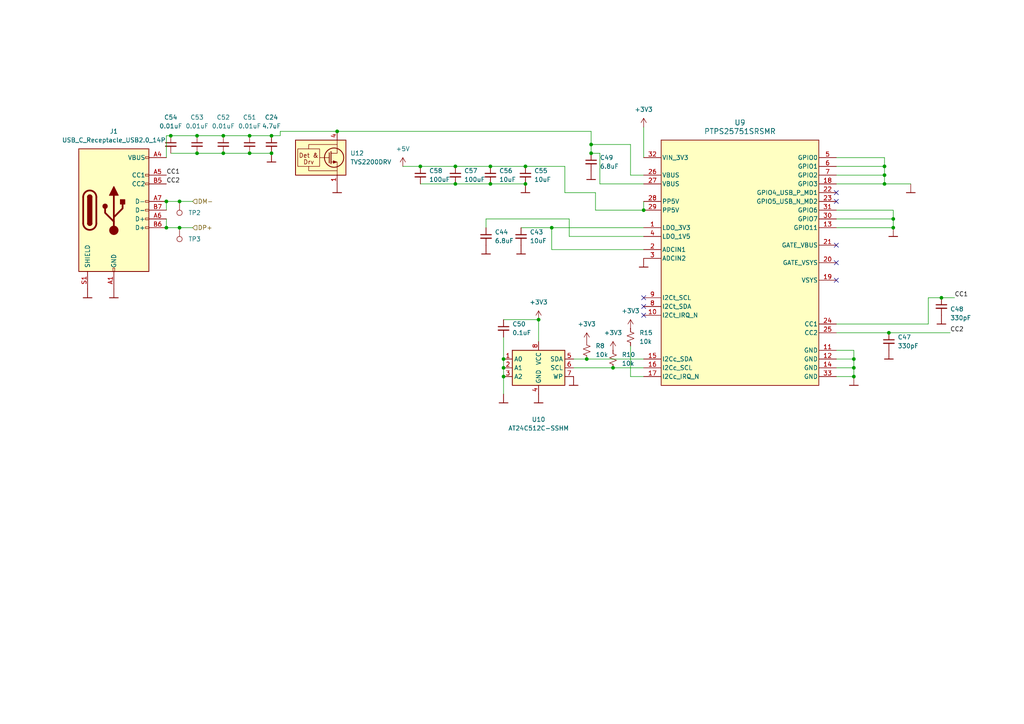
<source format=kicad_sch>
(kicad_sch (version 20250114) (generator "eeschema") (generator_version "9.0")
  (paper "A4")
  (lib_symbols
    (symbol "Connector:TestPoint" (pin_numbers (hide yes)) (pin_names (offset 0.762) (hide yes))
      (property "Reference" "TP" (at 0 6.858 0))
      (property "Value" "TestPoint" (at 0 5.08 0))
      (symbol "TestPoint_0_1"
        (circle (center 0 3.302) (radius 0.762))
      )
      (symbol "TestPoint_1_1"
        (pin passive line (at 0 0 90) (length 2.54) (name "1") (number "1"))
      )
    )
    (symbol "Connector:USB_C_Receptacle_USB2.0_14P" (pin_names (offset 1.016))
      (property "Reference" "J" (at 0 22.225 0))
      (property "Value" "USB_C_Receptacle_USB2.0_14P" (at 0 19.685 0))
      (symbol "USB_C_Receptacle_USB2.0_14P_0_0"
        (rectangle (start -0.254 -17.78) (end 0.254 -16.764))
        (rectangle (start 10.16 15.494) (end 9.144 14.986))
        (rectangle (start 10.16 10.414) (end 9.144 9.906))
        (rectangle (start 10.16 7.874) (end 9.144 7.366))
        (rectangle (start 10.16 2.794) (end 9.144 2.286))
        (rectangle (start 10.16 0.254) (end 9.144 -0.254))
        (rectangle (start 10.16 -2.286) (end 9.144 -2.794))
        (rectangle (start 10.16 -4.826) (end 9.144 -5.334))
      )
      (symbol "USB_C_Receptacle_USB2.0_14P_0_1"
        (rectangle (start -10.16 17.78) (end 10.16 -17.78) (stroke (width 0.254)) (fill (type background)))
        (polyline (pts (xy -8.89 -3.81) (xy -8.89 3.81)) (stroke (width 0.508)))
        (rectangle (start -7.62 -3.81) (end -6.35 3.81) (stroke (width 0.254)) (fill (type outline)))
        (arc (start -7.62 3.81) (mid -6.985 4.4423) (end -6.35 3.81) (stroke (width 0.254)))
        (arc (start -7.62 3.81) (mid -6.985 4.4423) (end -6.35 3.81) (stroke (width 0.254)) (fill (type outline)))
        (arc (start -8.89 3.81) (mid -6.985 5.7067) (end -5.08 3.81) (stroke (width 0.508)))
        (arc (start -5.08 -3.81) (mid -6.985 -5.7067) (end -8.89 -3.81) (stroke (width 0.508)))
        (arc (start -6.35 -3.81) (mid -6.985 -4.4423) (end -7.62 -3.81) (stroke (width 0.254)))
        (arc (start -6.35 -3.81) (mid -6.985 -4.4423) (end -7.62 -3.81) (stroke (width 0.254)) (fill (type outline)))
        (polyline (pts (xy -5.08 3.81) (xy -5.08 -3.81)) (stroke (width 0.508)))
        (circle (center -2.54 1.143) (radius 0.635) (stroke (width 0.254)) (fill (type outline)))
        (polyline (pts (xy -1.27 4.318) (xy 0 6.858) (xy 1.27 4.318) (xy -1.27 4.318)) (stroke (width 0.254)) (fill (type outline)))
        (polyline (pts (xy 0 -2.032) (xy 2.54 0.508) (xy 2.54 1.778)) (stroke (width 0.508)))
        (polyline (pts (xy 0 -3.302) (xy -2.54 -0.762) (xy -2.54 0.508)) (stroke (width 0.508)))
        (polyline (pts (xy 0 -5.842) (xy 0 4.318)) (stroke (width 0.508)))
        (circle (center 0 -5.842) (radius 1.27) (fill (type outline)))
        (rectangle (start 1.905 1.778) (end 3.175 3.048) (stroke (width 0.254)) (fill (type outline)))
      )
      (symbol "USB_C_Receptacle_USB2.0_14P_1_1"
        (pin passive line (at -7.62 -22.86 90) (length 5.08) (name "SHIELD") (number "S1"))
        (pin passive line (at 0 -22.86 90) (length 5.08) (name "GND") (number "A1"))
        (pin passive line (at 0 -22.86 90) (length 5.08) (hide yes) (name "GND") (number "A12"))
        (pin passive line (at 0 -22.86 90) (length 5.08) (hide yes) (name "GND") (number "B1"))
        (pin passive line (at 0 -22.86 90) (length 5.08) (hide yes) (name "GND") (number "B12"))
        (pin passive line (at 15.24 15.24 180) (length 5.08) (name "VBUS") (number "A4"))
        (pin passive line (at 15.24 15.24 180) (length 5.08) (hide yes) (name "VBUS") (number "A9"))
        (pin passive line (at 15.24 15.24 180) (length 5.08) (hide yes) (name "VBUS") (number "B4"))
        (pin passive line (at 15.24 15.24 180) (length 5.08) (hide yes) (name "VBUS") (number "B9"))
        (pin bidirectional line (at 15.24 10.16 180) (length 5.08) (name "CC1") (number "A5"))
        (pin bidirectional line (at 15.24 7.62 180) (length 5.08) (name "CC2") (number "B5"))
        (pin bidirectional line (at 15.24 2.54 180) (length 5.08) (name "D-") (number "A7"))
        (pin bidirectional line (at 15.24 0 180) (length 5.08) (name "D-") (number "B7"))
        (pin bidirectional line (at 15.24 -2.54 180) (length 5.08) (name "D+") (number "A6"))
        (pin bidirectional line (at 15.24 -5.08 180) (length 5.08) (name "D+") (number "B6"))
      )
    )
    (symbol "Device:C_Small" (pin_numbers (hide yes)) (pin_names (offset 0.254) (hide yes))
      (property "Reference" "C" (at 0.254 1.778 0))
      (property "Value" "C_Small" (at 0.254 -2.032 0))
      (symbol "C_Small_0_1"
        (polyline (pts (xy -1.524 0.508) (xy 1.524 0.508)) (stroke (width 0.3048)))
        (polyline (pts (xy -1.524 -0.508) (xy 1.524 -0.508)) (stroke (width 0.3302)))
      )
      (symbol "C_Small_1_1"
        (pin passive line (at 0 2.54 270) (length 2.032) (name "~") (number "1"))
        (pin passive line (at 0 -2.54 90) (length 2.032) (name "~") (number "2"))
      )
    )
    (symbol "Device:R_Small_US" (pin_numbers (hide yes)) (pin_names (offset 0.254) (hide yes))
      (property "Reference" "R" (at 0.762 0.508 0))
      (property "Value" "R_Small_US" (at 0.762 -1.016 0))
      (symbol "R_Small_US_1_1"
        (polyline (pts (xy 0 1.524) (xy 1.016 1.143) (xy 0 0.762) (xy -1.016 0.381) (xy 0 0)))
        (polyline (pts (xy 0 0) (xy 1.016 -0.381) (xy 0 -0.762) (xy -1.016 -1.143) (xy 0 -1.524)))
        (pin passive line (at 0 2.54 270) (length 1.016) (name "~") (number "1"))
        (pin passive line (at 0 -2.54 90) (length 1.016) (name "~") (number "2"))
      )
    )
    (symbol "Memory_EEPROM:AT24C512C-SSHM"
      (property "Reference" "U" (at -7.62 6.35 0))
      (property "Value" "AT24C512C-SSHM" (at 2.54 -6.35 0))
      (symbol "AT24C512C-SSHM_1_1"
        (rectangle (start -7.62 5.08) (end 7.62 -5.08) (stroke (width 0.254)) (fill (type background)))
        (pin input line (at -10.16 2.54 0) (length 2.54) (name "A0") (number "1"))
        (pin input line (at -10.16 0 0) (length 2.54) (name "A1") (number "2"))
        (pin input line (at -10.16 -2.54 0) (length 2.54) (name "A2") (number "3"))
        (pin power_in line (at 0 7.62 270) (length 2.54) (name "VCC") (number "8"))
        (pin power_in line (at 0 -7.62 90) (length 2.54) (name "GND") (number "4"))
        (pin bidirectional line (at 10.16 2.54 180) (length 2.54) (name "SDA") (number "5"))
        (pin input line (at 10.16 0 180) (length 2.54) (name "SCL") (number "6"))
        (pin input line (at 10.16 -2.54 180) (length 2.54) (name "WP") (number "7"))
      )
    )
    (symbol "Power_Protection:TVS2200DRV" (pin_names (offset 0) (hide yes))
      (property "Reference" "U" (at 2.54 1.27 0))
      (property "Value" "TVS2200DRV" (at 2.54 -1.27 0))
      (symbol "TVS2200DRV_0_0"
        (rectangle (start -11.43 2.54) (end -5.08 -2.54))
        (polyline (pts (xy -8.255 2.54) (xy -8.255 3.81) (xy 0 3.81)))
        (polyline (pts (xy -8.255 -2.54) (xy -8.255 -3.81) (xy 0 -3.81)))
        (polyline (pts (xy 0 1.27) (xy -1.778 1.27)))
        (text "Det &" (at -8.255 0.635 0) (effects (font (size 1.27 1.27))))
        (text "Drv" (at -8.255 -1.27 0) (effects (font (size 1.27 1.27))))
      )
      (symbol "TVS2200DRV_0_1"
        (rectangle (start -12.065 5.08) (end 2.54 -5.08) (stroke (width 0.254)) (fill (type background)))
        (polyline (pts (xy -2.286 1.397) (xy -2.286 -1.524)) (stroke (width 0.254)))
        (polyline (pts (xy -2.286 0) (xy -5.08 0)))
        (polyline (pts (xy -1.778 1.778) (xy -1.778 -1.778)) (stroke (width 0.254)))
        (circle (center -0.889 0) (radius 2.794) (stroke (width 0.254)))
        (polyline (pts (xy -0.127 -1.27) (xy -1.143 -1.651) (xy -1.143 -0.889) (xy -0.127 -1.27)) (fill (type outline)))
        (polyline (pts (xy 0 5.08) (xy 0 2.54)))
        (polyline (pts (xy 0 2.54) (xy 0 1.27)))
        (polyline (pts (xy 0 -2.54) (xy 0 -5.08)))
        (polyline (pts (xy 0 -2.54) (xy 0 -1.27) (xy -1.778 -1.27)))
      )
      (symbol "TVS2200DRV_1_1"
        (pin passive line (at 0 7.62 270) (length 2.54) (name "IN") (number "4"))
        (pin passive line (at 0 7.62 270) (length 2.54) (hide yes) (name "IN") (number "5"))
        (pin passive line (at 0 7.62 270) (length 2.54) (hide yes) (name "IN") (number "6"))
        (pin power_in line (at 0 -7.62 90) (length 2.54) (name "GND") (number "1"))
        (pin passive line (at 0 -7.62 90) (length 2.54) (hide yes) (name "GND") (number "2"))
        (pin passive line (at 0 -7.62 90) (length 2.54) (hide yes) (name "GND") (number "3"))
        (pin passive line (at 0 -7.62 90) (length 2.54) (hide yes) (name "GND") (number "7"))
      )
    )
    (symbol "TPS25751S:PTPS25751SRSMR" (pin_names (offset 0.254))
      (property "Reference" "U9" (at 27.94 10.16 0))
      (property "Value" "PTPS25751SRSMR" (at 27.94 7.62 0))
      (symbol "PTPS25751SRSMR_0_1"
        (polyline (pts (xy 5.08 5.08) (xy 5.08 -66.04)) (stroke (width 0.2032)))
        (polyline (pts (xy 5.08 -66.04) (xy 50.8 -66.04)) (stroke (width 0.2032)))
        (polyline (pts (xy 50.8 5.08) (xy 5.08 5.08)) (stroke (width 0.2032)))
        (polyline (pts (xy 50.8 -66.04) (xy 50.8 5.08)) (stroke (width 0.2032)))
        (pin power_in line (at 0 0 0) (length 5.08) (name "VIN_3V3") (number "32"))
        (pin power_in line (at 0 -5.08 0) (length 5.08) (name "VBUS") (number "26"))
        (pin power_in line (at 0 -7.62 0) (length 5.08) (name "VBUS") (number "27"))
        (pin power_in line (at 0 -12.7 0) (length 5.08) (name "PP5V") (number "28"))
        (pin power_in line (at 0 -15.24 0) (length 5.08) (name "PP5V") (number "29"))
        (pin unspecified line (at 0 -20.32 0) (length 5.08) (name "LDO_3V3") (number "1"))
        (pin unspecified line (at 0 -22.86 0) (length 5.08) (name "LDO_1V5") (number "4"))
        (pin input line (at 0 -40.64 0) (length 5.08) (name "I2Ct_SCL") (number "9"))
        (pin bidirectional line (at 0 -43.18 0) (length 5.08) (name "I2Ct_SDA") (number "8"))
        (pin output line (at 0 -45.72 0) (length 5.08) (name "I2Ct_IRQ_N") (number "10"))
        (pin bidirectional line (at 0 -58.42 0) (length 5.08) (name "I2Cc_SDA") (number "15"))
        (pin input line (at 0 -60.96 0) (length 5.08) (name "I2Cc_SCL") (number "16"))
        (pin output line (at 0 -63.5 0) (length 5.08) (name "I2Cc_IRQ_N") (number "17"))
        (pin bidirectional line (at 55.88 0 180) (length 5.08) (name "GPIO0") (number "5"))
        (pin bidirectional line (at 55.88 -2.54 180) (length 5.08) (name "GPIO1") (number "6"))
        (pin bidirectional line (at 55.88 -5.08 180) (length 5.08) (name "GPIO2") (number "7"))
        (pin bidirectional line (at 55.88 -7.62 180) (length 5.08) (name "GPIO3") (number "18"))
        (pin bidirectional line (at 55.88 -10.16 180) (length 5.08) (name "GPIO4_USB_P_MD1") (number "22"))
        (pin bidirectional line (at 55.88 -12.7 180) (length 5.08) (name "GPIO5_USB_N_MD2") (number "23"))
        (pin bidirectional line (at 55.88 -15.24 180) (length 5.08) (name "GPIO6") (number "31"))
        (pin bidirectional line (at 55.88 -17.78 180) (length 5.08) (name "GPIO7") (number "30"))
        (pin bidirectional line (at 55.88 -20.32 180) (length 5.08) (name "GPIO11") (number "13"))
        (pin unspecified line (at 55.88 -25.4 180) (length 5.08) (name "GATE_VBUS") (number "21"))
        (pin unspecified line (at 55.88 -30.48 180) (length 5.08) (name "GATE_VSYS") (number "20"))
        (pin unspecified line (at 55.88 -35.56 180) (length 5.08) (name "VSYS") (number "19"))
        (pin unspecified line (at 55.88 -48.26 180) (length 5.08) (name "CC1") (number "24"))
        (pin unspecified line (at 55.88 -50.8 180) (length 5.08) (name "CC2") (number "25"))
        (pin power_in line (at 55.88 -55.88 180) (length 5.08) (name "GND") (number "11"))
        (pin power_in line (at 55.88 -58.42 180) (length 5.08) (name "GND") (number "12"))
        (pin power_in line (at 55.88 -60.96 180) (length 5.08) (name "GND") (number "14"))
        (pin power_in line (at 55.88 -63.5 180) (length 5.08) (name "GND") (number "33"))
      )
      (symbol "PTPS25751SRSMR_1_1"
        (rectangle (start 5.08 5.08) (end 50.8 -66.04) (fill (type background)))
        (pin unspecified line (at 0 -26.67 0) (length 5.08) (name "ADCIN1") (number "2"))
        (pin unspecified line (at 0 -29.21 0) (length 5.08) (name "ADCIN2") (number "3"))
      )
    )
    (symbol "power:+3V3" (power) (pin_numbers (hide yes)) (pin_names (offset 0) (hide yes))
      (property "Value" "+3V3" (at 0 3.556 0))
      (symbol "+3V3_0_1"
        (polyline (pts (xy -0.762 1.27) (xy 0 2.54)))
        (polyline (pts (xy 0 2.54) (xy 0.762 1.27)))
        (polyline (pts (xy 0 0) (xy 0 2.54)))
      )
      (symbol "+3V3_1_1"
        (pin power_in line (at 0 0 90) (length 0) (name "~") (number "1"))
      )
    )
    (symbol "power:+5V" (power) (pin_numbers (hide yes)) (pin_names (offset 0) (hide yes))
      (property "Value" "+5V" (at 0 3.556 0))
      (symbol "+5V_0_1"
        (polyline (pts (xy -0.762 1.27) (xy 0 2.54)))
        (polyline (pts (xy 0 2.54) (xy 0.762 1.27)))
        (polyline (pts (xy 0 0) (xy 0 2.54)))
      )
      (symbol "+5V_1_1"
        (pin power_in line (at 0 0 90) (length 0) (name "~") (number "1"))
      )
    )
    (symbol "power:GND" (power)
      (symbol "GND_1_0"
        (polyline (pts (xy -1.27 0) (xy 1.27 0)) (stroke (width 0.254)))
        (pin power_in line (at 0 2.54 270) (length 2.54) (name "GND") (number "1"))
      )
    )
  )
  (junction (at 170.18 104.14))
  (junction (at 64.77 39.37))
  (junction (at 146.05 109.22))
  (junction (at 257.81 96.52))
  (junction (at 156.21 92.71))
  (junction (at 132.08 48.26))
  (junction (at 78.74 39.37))
  (junction (at 247.65 106.68))
  (junction (at 152.4 53.34))
  (junction (at 121.92 48.26))
  (junction (at 146.05 106.68))
  (junction (at 78.74 44.45))
  (junction (at 273.05 86.36))
  (junction (at 256.54 53.34))
  (junction (at 64.77 44.45))
  (junction (at 160.02 66.04))
  (junction (at 171.45 44.45))
  (junction (at 72.39 39.37))
  (junction (at 186.69 60.96))
  (junction (at 171.45 41.91))
  (junction (at 247.65 109.22))
  (junction (at 142.24 48.26))
  (junction (at 256.54 48.26))
  (junction (at 146.05 104.14))
  (junction (at 49.53 39.37))
  (junction (at 97.79 38.1))
  (junction (at 152.4 48.26))
  (junction (at 259.08 63.5))
  (junction (at 48.26 66.04))
  (junction (at 52.07 58.42))
  (junction (at 72.39 44.45))
  (junction (at 142.24 53.34))
  (junction (at 57.15 39.37))
  (junction (at 52.07 66.04))
  (junction (at 48.26 58.42))
  (junction (at 247.65 104.14))
  (junction (at 256.54 50.8))
  (junction (at 132.08 53.34))
  (junction (at 57.15 44.45))
  (junction (at 177.8 106.68))
  (junction (at 259.08 66.04))
  (no_connect (at 242.57 58.42))
  (no_connect (at 186.69 88.9))
  (no_connect (at 186.69 86.36))
  (no_connect (at 186.69 91.44))
  (no_connect (at 242.57 71.12))
  (no_connect (at 242.57 55.88))
  (no_connect (at 242.57 81.28))
  (no_connect (at 242.57 76.2))
  (wire (pts (xy 72.39 44.45) (xy 78.74 44.45)))
  (wire (pts (xy 52.07 58.42) (xy 55.88 58.42)))
  (wire (pts (xy 273.05 86.36) (xy 276.86 86.36)))
  (wire (pts (xy 142.24 48.26) (xy 152.4 48.26)))
  (wire (pts (xy 146.05 109.22) (xy 146.05 114.3)))
  (wire (pts (xy 171.45 41.91) (xy 171.45 44.45)))
  (wire (pts (xy 146.05 92.71) (xy 156.21 92.71)))
  (wire (pts (xy 269.24 93.98) (xy 269.24 86.36)))
  (wire (pts (xy 64.77 44.45) (xy 72.39 44.45)))
  (wire (pts (xy 256.54 50.8) (xy 256.54 48.26)))
  (wire (pts (xy 172.72 55.88) (xy 163.83 55.88)))
  (wire (pts (xy 242.57 96.52) (xy 257.81 96.52)))
  (wire (pts (xy 57.15 39.37) (xy 64.77 39.37)))
  (wire (pts (xy 140.97 63.5) (xy 140.97 66.04)))
  (wire (pts (xy 172.72 60.96) (xy 172.72 55.88)))
  (wire (pts (xy 166.37 106.68) (xy 177.8 106.68)))
  (wire (pts (xy 182.88 109.22) (xy 182.88 100.33)))
  (wire (pts (xy 182.88 50.8) (xy 186.69 50.8)))
  (wire (pts (xy 163.83 55.88) (xy 163.83 48.26)))
  (wire (pts (xy 242.57 104.14) (xy 247.65 104.14)))
  (wire (pts (xy 165.1 68.58) (xy 165.1 63.5)))
  (wire (pts (xy 160.02 66.04) (xy 186.69 66.04)))
  (wire (pts (xy 182.88 41.91) (xy 171.45 41.91)))
  (wire (pts (xy 186.69 58.42) (xy 186.69 60.96)))
  (wire (pts (xy 247.65 106.68) (xy 247.65 109.22)))
  (wire (pts (xy 259.08 60.96) (xy 259.08 63.5)))
  (wire (pts (xy 186.69 109.22) (xy 182.88 109.22)))
  (wire (pts (xy 259.08 63.5) (xy 259.08 66.04)))
  (wire (pts (xy 242.57 66.04) (xy 259.08 66.04)))
  (wire (pts (xy 171.45 38.1) (xy 171.45 41.91)))
  (wire (pts (xy 64.77 39.37) (xy 72.39 39.37)))
  (wire (pts (xy 142.24 53.34) (xy 152.4 53.34)))
  (wire (pts (xy 48.26 63.5) (xy 48.26 66.04)))
  (wire (pts (xy 186.69 68.58) (xy 165.1 68.58)))
  (wire (pts (xy 48.26 58.42) (xy 48.26 60.96)))
  (wire (pts (xy 247.65 104.14) (xy 247.65 106.68)))
  (wire (pts (xy 72.39 39.37) (xy 78.74 39.37)))
  (wire (pts (xy 165.1 63.5) (xy 140.97 63.5)))
  (wire (pts (xy 146.05 106.68) (xy 146.05 109.22)))
  (wire (pts (xy 171.45 44.45) (xy 173.99 44.45)))
  (wire (pts (xy 173.99 44.45) (xy 173.99 53.34)))
  (wire (pts (xy 132.08 53.34) (xy 142.24 53.34)))
  (wire (pts (xy 49.53 39.37) (xy 57.15 39.37)))
  (wire (pts (xy 256.54 53.34) (xy 256.54 50.8)))
  (wire (pts (xy 132.08 48.26) (xy 142.24 48.26)))
  (wire (pts (xy 170.18 104.14) (xy 186.69 104.14)))
  (wire (pts (xy 242.57 109.22) (xy 247.65 109.22)))
  (wire (pts (xy 49.53 44.45) (xy 57.15 44.45)))
  (wire (pts (xy 166.37 104.14) (xy 170.18 104.14)))
  (wire (pts (xy 182.88 41.91) (xy 182.88 50.8)))
  (wire (pts (xy 186.69 36.83) (xy 186.69 45.72)))
  (wire (pts (xy 177.8 106.68) (xy 186.69 106.68)))
  (wire (pts (xy 48.26 66.04) (xy 52.07 66.04)))
  (wire (pts (xy 156.21 92.71) (xy 156.21 99.06)))
  (wire (pts (xy 256.54 48.26) (xy 256.54 45.72)))
  (wire (pts (xy 173.99 53.34) (xy 186.69 53.34)))
  (wire (pts (xy 242.57 101.6) (xy 247.65 101.6)))
  (wire (pts (xy 160.02 72.39) (xy 186.69 72.39)))
  (wire (pts (xy 146.05 104.14) (xy 146.05 106.68)))
  (wire (pts (xy 146.05 97.79) (xy 146.05 104.14)))
  (wire (pts (xy 81.28 39.37) (xy 78.74 39.37)))
  (wire (pts (xy 242.57 48.26) (xy 256.54 48.26)))
  (wire (pts (xy 242.57 60.96) (xy 259.08 60.96)))
  (wire (pts (xy 256.54 53.34) (xy 264.16 53.34)))
  (wire (pts (xy 242.57 45.72) (xy 256.54 45.72)))
  (wire (pts (xy 81.28 38.1) (xy 97.79 38.1)))
  (wire (pts (xy 116.84 48.26) (xy 121.92 48.26)))
  (wire (pts (xy 242.57 63.5) (xy 259.08 63.5)))
  (wire (pts (xy 186.69 60.96) (xy 172.72 60.96)))
  (wire (pts (xy 97.79 38.1) (xy 171.45 38.1)))
  (wire (pts (xy 242.57 106.68) (xy 247.65 106.68)))
  (wire (pts (xy 121.92 48.26) (xy 132.08 48.26)))
  (wire (pts (xy 48.26 39.37) (xy 48.26 45.72)))
  (wire (pts (xy 121.92 53.34) (xy 132.08 53.34)))
  (wire (pts (xy 257.81 96.52) (xy 275.59 96.52)))
  (wire (pts (xy 81.28 39.37) (xy 81.28 38.1)))
  (wire (pts (xy 152.4 48.26) (xy 163.83 48.26)))
  (wire (pts (xy 242.57 93.98) (xy 269.24 93.98)))
  (wire (pts (xy 48.26 39.37) (xy 49.53 39.37)))
  (wire (pts (xy 151.13 66.04) (xy 160.02 66.04)))
  (wire (pts (xy 269.24 86.36) (xy 273.05 86.36)))
  (wire (pts (xy 247.65 101.6) (xy 247.65 104.14)))
  (wire (pts (xy 160.02 72.39) (xy 160.02 66.04)))
  (wire (pts (xy 48.26 58.42) (xy 52.07 58.42)))
  (wire (pts (xy 242.57 53.34) (xy 256.54 53.34)))
  (wire (pts (xy 242.57 50.8) (xy 256.54 50.8)))
  (wire (pts (xy 52.07 66.04) (xy 55.88 66.04)))
  (wire (pts (xy 57.15 44.45) (xy 64.77 44.45)))
  (label "CC2" (at 275.59 96.52 0))
  (label "CC1" (at 48.26 50.8 0))
  (label "CC1" (at 276.86 86.36 0))
  (label "CC2" (at 48.26 53.34 0))
  (hierarchical_label "DM-" (shape input) (at 55.88 58.42 0))
  (hierarchical_label "DP+" (shape input) (at 55.88 66.04 0))
  (symbol (lib_id "TPS25751S:PTPS25751SRSMR") (at 186.69 45.72 0) (unit 1)
    (property "Reference" "U9" (at 214.63 35.56 0) (effects (font (size 1.524 1.524))))
    (property "Value" "PTPS25751SRSMR" (at 214.63 38.1 0) (effects (font (size 1.524 1.524))))
    (property "Footprint" "RSM0032B-IPC_A" (effects (hide yes)))
    (property "Datasheet" "https://www.ti.com/lit/gpn/tps25751" (effects (hide yes)))
  )
  (symbol (lib_id "power:+3V3") (at 182.88 95.25 0) (unit 1)
    (property "Reference" "#PWR027" (effects (hide yes)))
    (property "Value" "+3V3" (at 182.88 90.17 0))
    (property "Description" "Power symbol creates a global label with name \"+3V3\"" (effects (hide yes)))
  )
  (symbol (lib_id "Connector:USB_C_Receptacle_USB2.0_14P") (at 33.02 60.96 0) (unit 1)
    (property "Reference" "J1" (at 33.02 38.1 0))
    (property "Value" "USB_C_Receptacle_USB2.0_14P" (at 33.02 40.64 0))
    (property "Footprint" "Connector_USB:USB_C_Receptacle_HRO_TYPE-C-31-M-12" (effects (hide yes)))
    (property "Datasheet" "https://www.usb.org/sites/default/files/documents/usb_type-c.zip" (effects (hide yes)))
    (property "Description" "USB 2.0-only 14P Type-C Receptacle connector" (effects (hide yes)))
  )
  (symbol (lib_id "power:GND") (at 264.16 55.88 0) (unit 1)
    (property "Reference" "#0126" (effects (hide yes)))
    (property "Description" "GND" (effects (hide yes)))
  )
  (symbol (lib_id "power:+5V") (at 116.84 48.26 0) (unit 1)
    (property "Reference" "#PWR05" (effects (hide yes)))
    (property "Value" "+5V" (at 116.84 43.18 0))
    (property "Description" "Power symbol creates a global label with name \"+5V\"" (effects (hide yes)))
  )
  (symbol (lib_id "Memory_EEPROM:AT24C512C-SSHM") (at 156.21 106.68 0) (unit 1)
    (property "Reference" "U10" (at 156.21 121.666 0))
    (property "Value" "AT24C512C-SSHM" (at 156.21 124.206 0))
    (property "Footprint" "Package_SO:SOIC-8_3.9x4.9mm_P1.27mm" (effects (hide yes)))
    (property "Datasheet" "https://ww1.microchip.com/downloads/aemDocuments/documents/MPD/ProductDocuments/DataSheets/AT24C512C-I2C-Compatible-%28Two-Wire%29-Serial-EEPROM-512%E2%80%91Kbit-%2865536x8%29.pdf" (effects (hide yes)))
    (property "Description" "I2C Serial EEPROM, 64Kb (8192x8), SOIC-8" (effects (hide yes)))
  )
  (symbol (lib_id "power:GND") (at 151.13 73.66 0) (unit 1)
    (property "Reference" "#01?" (effects (hide yes)))
    (property "Description" "GND" (effects (hide yes)))
  )
  (symbol (lib_id "power:GND") (at 78.74 46.99 0) (unit 1)
    (property "Reference" "#0114" (effects (hide yes)))
    (property "Description" "GND" (effects (hide yes)))
  )
  (symbol (lib_id "power:GND") (at 156.21 116.84 0) (unit 1)
    (property "Reference" "#0101010101?" (effects (hide yes)))
    (property "Description" "GND" (effects (hide yes)))
  )
  (symbol (lib_id "power:GND") (at 257.81 104.14 0) (unit 1)
    (property "Reference" "#0127" (effects (hide yes)))
    (property "Description" "GND" (effects (hide yes)))
  )
  (symbol (lib_id "Device:C_Small") (at 72.39 41.91 0) (unit 1)
    (property "Reference" "C51" (at 72.39 34.036 0))
    (property "Value" "0.01uF" (at 72.39 36.576 0))
    (property "Description" "Unpolarized capacitor, small symbol" (effects (hide yes)))
  )
  (symbol (lib_id "power:+3V3") (at 170.18 99.06 0) (unit 1)
    (property "Reference" "#PWR025" (effects (hide yes)))
    (property "Value" "+3V3" (at 170.18 93.98 0))
    (property "Description" "Power symbol creates a global label with name \"+3V3\"" (effects (hide yes)))
  )
  (symbol (lib_id "Device:C_Small") (at 257.81 99.06 0) (unit 1)
    (property "Reference" "C47" (at 260.35 97.7962 0) (effects (justify left)))
    (property "Value" "330pF" (at 260.35 100.3362 0) (effects (justify left)))
    (property "Description" "Unpolarized capacitor, small symbol" (effects (hide yes)))
  )
  (symbol (lib_id "power:+3V3") (at 156.21 92.71 0) (unit 1)
    (property "Reference" "#PWR02" (effects (hide yes)))
    (property "Value" "+3V3" (at 156.21 87.63 0))
    (property "Description" "Power symbol creates a global label with name \"+3V3\"" (effects (hide yes)))
  )
  (symbol (lib_id "power:GND") (at 259.08 68.58 0) (unit 1)
    (property "Reference" "#0125" (effects (hide yes)))
    (property "Description" "GND" (effects (hide yes)))
  )
  (symbol (lib_id "Device:C_Small") (at 49.53 41.91 0) (unit 1)
    (property "Reference" "C54" (at 49.53 34.036 0))
    (property "Value" "0.01uF" (at 49.53 36.576 0))
    (property "Description" "Unpolarized capacitor, small symbol" (effects (hide yes)))
  )
  (symbol (lib_id "Power_Protection:TVS2200DRV") (at 97.79 45.72 0) (unit 1)
    (property "Reference" "U12" (at 101.6 44.4499 0) (effects (justify left)))
    (property "Value" "TVS2200DRV" (at 101.6 46.9899 0) (effects (justify left)))
    (property "Footprint" "Package_SON:WSON-6-1EP_2x2mm_P0.65mm_EP1x1.6mm" (effects (hide yes)))
    (property "Datasheet" "http://www.ti.com/lit/ds/symlink/tvs2200.pdf" (effects (hide yes)))
    (property "Description" "Flat-Clamp Surge Protection Device. 22Vrwm, WSON-6" (effects (hide yes)))
  )
  (symbol (lib_id "Device:C_Small") (at 273.05 88.9 0) (unit 1)
    (property "Reference" "C48" (at 275.59 89.662 0) (effects (justify left)))
    (property "Value" "330pF" (at 275.59 92.202 0) (effects (justify left)))
    (property "Description" "Unpolarized capacitor, small symbol" (effects (hide yes)))
  )
  (symbol (lib_id "Device:R_Small_US") (at 177.8 104.14 0) (unit 1)
    (property "Reference" "R10" (at 180.34 102.8699 0) (effects (justify left)))
    (property "Value" "10k" (at 180.34 105.4099 0) (effects (justify left)))
    (property "Description" "Resistor, small US symbol" (effects (hide yes)))
  )
  (symbol (lib_id "Device:C_Small") (at 151.13 68.58 0) (unit 1)
    (property "Reference" "C43" (at 153.67 67.3162 0) (effects (justify left)))
    (property "Value" "10uF" (at 153.67 69.8562 0) (effects (justify left)))
    (property "Description" "Unpolarized capacitor, small symbol" (effects (hide yes)))
  )
  (symbol (lib_id "Device:C_Small") (at 64.77 41.91 0) (unit 1)
    (property "Reference" "C52" (at 64.77 34.036 0))
    (property "Value" "0.01uF" (at 64.77 36.576 0))
    (property "Description" "Unpolarized capacitor, small symbol" (effects (hide yes)))
  )
  (symbol (lib_id "Device:R_Small_US") (at 170.18 101.6 0) (unit 1)
    (property "Reference" "R8" (at 172.72 100.3299 0) (effects (justify left)))
    (property "Value" "10k" (at 172.72 102.8699 0) (effects (justify left)))
    (property "Description" "Resistor, small US symbol" (effects (hide yes)))
  )
  (symbol (lib_id "power:GND") (at 273.05 93.98 0) (unit 1)
    (property "Reference" "#01010101010101?" (effects (hide yes)))
    (property "Description" "GND" (effects (hide yes)))
  )
  (symbol (lib_id "power:+3V3") (at 186.69 36.83 0) (unit 1)
    (property "Reference" "#PWR028" (effects (hide yes)))
    (property "Value" "+3V3" (at 186.69 31.75 0))
    (property "Description" "Power symbol creates a global label with name \"+3V3\"" (effects (hide yes)))
  )
  (symbol (lib_id "Device:C_Small") (at 121.92 50.8 0) (unit 1)
    (property "Reference" "C58" (at 124.46 49.5362 0) (effects (justify left)))
    (property "Value" "100uF" (at 124.46 52.0762 0) (effects (justify left)))
    (property "Description" "Unpolarized capacitor, small symbol" (effects (hide yes)))
  )
  (symbol (lib_id "power:GND") (at 97.79 55.88 0) (unit 1)
    (property "Reference" "#031" (effects (hide yes)))
    (property "Description" "GND" (effects (hide yes)))
  )
  (symbol (lib_id "power:+3V3") (at 177.8 101.6 0) (unit 1)
    (property "Reference" "#PWR026" (effects (hide yes)))
    (property "Value" "+3V3" (at 177.8 96.52 0))
    (property "Description" "Power symbol creates a global label with name \"+3V3\"" (effects (hide yes)))
  )
  (symbol (lib_id "power:GND") (at 186.69 77.47 0) (unit 1)
    (property "Reference" "#0101" (effects (hide yes)))
    (property "Description" "GND" (effects (hide yes)))
  )
  (symbol (lib_id "power:GND") (at 152.4 55.88 0) (unit 1)
    (property "Reference" "#010101" (effects (hide yes)))
    (property "Description" "GND" (effects (hide yes)))
  )
  (symbol (lib_id "Connector:TestPoint") (at 52.07 66.04 180) (unit 1)
    (property "Reference" "TP3" (at 54.61 69.3419 0) (effects (justify right)))
    (property "Value" "TestPoint" (effects (hide yes)))
    (property "Footprint" "TestPoint:TestPoint_THTPad_1.0x1.0mm_Drill0.5mm" (effects (hide yes)))
    (property "Description" "test point" (effects (hide yes)))
  )
  (symbol (lib_id "power:GND") (at 247.65 111.76 0) (unit 1)
    (property "Reference" "#010101?" (effects (hide yes)))
    (property "Description" "GND" (effects (hide yes)))
  )
  (symbol (lib_id "power:GND") (at 171.45 52.07 0) (unit 1)
    (property "Reference" "#0101" (effects (hide yes)))
    (property "Description" "GND" (effects (hide yes)))
  )
  (symbol (lib_id "power:GND") (at 146.05 116.84 0) (unit 1)
    (property "Reference" "#010101010101?" (effects (hide yes)))
    (property "Description" "GND" (effects (hide yes)))
  )
  (symbol (lib_id "Device:C_Small") (at 57.15 41.91 0) (unit 1)
    (property "Reference" "C53" (at 57.15 34.036 0))
    (property "Value" "0.01uF" (at 57.15 36.576 0))
    (property "Description" "Unpolarized capacitor, small symbol" (effects (hide yes)))
  )
  (symbol (lib_id "Device:C_Small") (at 171.45 46.99 0) (unit 1)
    (property "Reference" "C49" (at 173.99 45.7262 0) (effects (justify left)))
    (property "Value" "6.8uF" (at 173.99 48.2662 0) (effects (justify left)))
    (property "Description" "Unpolarized capacitor, small symbol" (effects (hide yes)))
  )
  (symbol (lib_id "Device:C_Small") (at 78.74 41.91 0) (unit 1)
    (property "Reference" "C24" (at 78.74 34.036 0))
    (property "Value" "4.7uF" (at 78.74 36.576 0))
    (property "Description" "Unpolarized capacitor, small symbol" (effects (hide yes)))
  )
  (symbol (lib_id "Device:C_Small") (at 140.97 68.58 0) (unit 1)
    (property "Reference" "C44" (at 143.51 67.3162 0) (effects (justify left)))
    (property "Value" "6.8uF" (at 143.51 69.8562 0) (effects (justify left)))
    (property "Description" "Unpolarized capacitor, small symbol" (effects (hide yes)))
  )
  (symbol (lib_id "power:GND") (at 33.02 86.36 0) (unit 1)
    (property "Reference" "#0116" (effects (hide yes)))
    (property "Description" "GND" (effects (hide yes)))
  )
  (symbol (lib_id "Device:R_Small_US") (at 182.88 97.79 0) (unit 1)
    (property "Reference" "R15" (at 185.42 96.5199 0) (effects (justify left)))
    (property "Value" "10k" (at 185.42 99.0599 0) (effects (justify left)))
    (property "Description" "Resistor, small US symbol" (effects (hide yes)))
  )
  (symbol (lib_id "power:GND") (at 140.97 73.66 0) (unit 1)
    (property "Reference" "#0101?" (effects (hide yes)))
    (property "Description" "GND" (effects (hide yes)))
  )
  (symbol (lib_id "Device:C_Small") (at 152.4 50.8 0) (unit 1)
    (property "Reference" "C55" (at 154.94 49.5362 0) (effects (justify left)))
    (property "Value" "10uF" (at 154.94 52.0762 0) (effects (justify left)))
    (property "Description" "Unpolarized capacitor, small symbol" (effects (hide yes)))
  )
  (symbol (lib_id "Device:C_Small") (at 132.08 50.8 0) (unit 1)
    (property "Reference" "C57" (at 134.62 49.5362 0) (effects (justify left)))
    (property "Value" "100uF" (at 134.62 52.0762 0) (effects (justify left)))
    (property "Description" "Unpolarized capacitor, small symbol" (effects (hide yes)))
  )
  (symbol (lib_id "Device:C_Small") (at 146.05 95.25 0) (unit 1)
    (property "Reference" "C50" (at 148.59 93.9862 0) (effects (justify left)))
    (property "Value" "0.1uF" (at 148.59 96.5262 0) (effects (justify left)))
    (property "Description" "Unpolarized capacitor, small symbol" (effects (hide yes)))
  )
  (symbol (lib_id "Device:C_Small") (at 142.24 50.8 0) (unit 1)
    (property "Reference" "C56" (at 144.78 49.5362 0) (effects (justify left)))
    (property "Value" "10uF" (at 144.78 52.0762 0) (effects (justify left)))
    (property "Description" "Unpolarized capacitor, small symbol" (effects (hide yes)))
  )
  (symbol (lib_id "power:GND") (at 166.37 111.76 0) (unit 1)
    (property "Reference" "#01010101?" (effects (hide yes)))
    (property "Description" "GND" (effects (hide yes)))
  )
  (symbol (lib_id "power:GND") (at 25.4 86.36 0) (unit 1)
    (property "Reference" "#0115" (effects (hide yes)))
    (property "Description" "GND" (effects (hide yes)))
  )
  (symbol (lib_id "Connector:TestPoint") (at 52.07 58.42 180) (unit 1)
    (property "Reference" "TP2" (at 54.61 61.7219 0) (effects (justify right)))
    (property "Value" "TestPoint" (effects (hide yes)))
    (property "Footprint" "TestPoint:TestPoint_THTPad_1.0x1.0mm_Drill0.5mm" (effects (hide yes)))
    (property "Description" "test point" (effects (hide yes)))
  )
)
</source>
